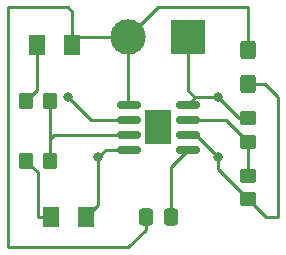
<source format=gbr>
%TF.GenerationSoftware,KiCad,Pcbnew,(6.0.10)*%
%TF.CreationDate,2023-02-23T21:21:35-08:00*%
%TF.ProjectId,Ex 2,45782032-2e6b-4696-9361-645f70636258,rev?*%
%TF.SameCoordinates,Original*%
%TF.FileFunction,Copper,L1,Top*%
%TF.FilePolarity,Positive*%
%FSLAX46Y46*%
G04 Gerber Fmt 4.6, Leading zero omitted, Abs format (unit mm)*
G04 Created by KiCad (PCBNEW (6.0.10)) date 2023-02-23 21:21:35*
%MOMM*%
%LPD*%
G01*
G04 APERTURE LIST*
G04 Aperture macros list*
%AMRoundRect*
0 Rectangle with rounded corners*
0 $1 Rounding radius*
0 $2 $3 $4 $5 $6 $7 $8 $9 X,Y pos of 4 corners*
0 Add a 4 corners polygon primitive as box body*
4,1,4,$2,$3,$4,$5,$6,$7,$8,$9,$2,$3,0*
0 Add four circle primitives for the rounded corners*
1,1,$1+$1,$2,$3*
1,1,$1+$1,$4,$5*
1,1,$1+$1,$6,$7*
1,1,$1+$1,$8,$9*
0 Add four rect primitives between the rounded corners*
20,1,$1+$1,$2,$3,$4,$5,0*
20,1,$1+$1,$4,$5,$6,$7,0*
20,1,$1+$1,$6,$7,$8,$9,0*
20,1,$1+$1,$8,$9,$2,$3,0*%
G04 Aperture macros list end*
%TA.AperFunction,ComponentPad*%
%ADD10R,3.000000X3.000000*%
%TD*%
%TA.AperFunction,ComponentPad*%
%ADD11C,3.000000*%
%TD*%
%TA.AperFunction,SMDPad,CuDef*%
%ADD12RoundRect,0.150000X-0.825000X-0.150000X0.825000X-0.150000X0.825000X0.150000X-0.825000X0.150000X0*%
%TD*%
%TA.AperFunction,SMDPad,CuDef*%
%ADD13R,2.290000X3.000000*%
%TD*%
%TA.AperFunction,SMDPad,CuDef*%
%ADD14RoundRect,0.250001X0.462499X0.624999X-0.462499X0.624999X-0.462499X-0.624999X0.462499X-0.624999X0*%
%TD*%
%TA.AperFunction,SMDPad,CuDef*%
%ADD15RoundRect,0.250000X-0.450000X0.350000X-0.450000X-0.350000X0.450000X-0.350000X0.450000X0.350000X0*%
%TD*%
%TA.AperFunction,SMDPad,CuDef*%
%ADD16RoundRect,0.250000X0.337500X0.475000X-0.337500X0.475000X-0.337500X-0.475000X0.337500X-0.475000X0*%
%TD*%
%TA.AperFunction,SMDPad,CuDef*%
%ADD17RoundRect,0.250001X-0.462499X-0.624999X0.462499X-0.624999X0.462499X0.624999X-0.462499X0.624999X0*%
%TD*%
%TA.AperFunction,SMDPad,CuDef*%
%ADD18RoundRect,0.250000X0.425000X-0.537500X0.425000X0.537500X-0.425000X0.537500X-0.425000X-0.537500X0*%
%TD*%
%TA.AperFunction,SMDPad,CuDef*%
%ADD19RoundRect,0.250000X-0.350000X-0.450000X0.350000X-0.450000X0.350000X0.450000X-0.350000X0.450000X0*%
%TD*%
%TA.AperFunction,SMDPad,CuDef*%
%ADD20RoundRect,0.250000X0.350000X0.450000X-0.350000X0.450000X-0.350000X-0.450000X0.350000X-0.450000X0*%
%TD*%
%TA.AperFunction,ViaPad*%
%ADD21C,0.800000*%
%TD*%
%TA.AperFunction,Conductor*%
%ADD22C,0.250000*%
%TD*%
G04 APERTURE END LIST*
D10*
%TO.P,J1,1,Pin_1*%
%TO.N,+9V*%
X160020000Y-101600000D03*
D11*
%TO.P,J1,2,Pin_2*%
%TO.N,GND*%
X154940000Y-101600000D03*
%TD*%
D12*
%TO.P,U1,1,GND*%
%TO.N,GND*%
X155005000Y-107315000D03*
%TO.P,U1,2,TR*%
%TO.N,/pin_2*%
X155005000Y-108585000D03*
%TO.P,U1,3,Q*%
%TO.N,/pin_3*%
X155005000Y-109855000D03*
%TO.P,U1,4,R*%
%TO.N,+9V*%
X155005000Y-111125000D03*
%TO.P,U1,5,CV*%
%TO.N,Net-(C2-Pad1)*%
X159955000Y-111125000D03*
%TO.P,U1,6,THR*%
%TO.N,/pin_2*%
X159955000Y-109855000D03*
%TO.P,U1,7,DIS*%
%TO.N,/pin_7*%
X159955000Y-108585000D03*
%TO.P,U1,8,VCC*%
%TO.N,+9V*%
X159955000Y-107315000D03*
D13*
%TO.P,U1,9*%
%TO.N,N/C*%
X157480000Y-109220000D03*
%TD*%
D14*
%TO.P,D2,1,K*%
%TO.N,GND*%
X150207500Y-102200000D03*
%TO.P,D2,2,A*%
%TO.N,Net-(D2-Pad2)*%
X147232500Y-102200000D03*
%TD*%
D15*
%TO.P,R2,1*%
%TO.N,/pin_7*%
X165100000Y-113300000D03*
%TO.P,R2,2*%
%TO.N,/pin_2*%
X165100000Y-115300000D03*
%TD*%
%TO.P,R1,1*%
%TO.N,+9V*%
X165065000Y-108452936D03*
%TO.P,R1,2*%
%TO.N,/pin_7*%
X165065000Y-110452936D03*
%TD*%
D16*
%TO.P,C2,1*%
%TO.N,Net-(C2-Pad1)*%
X158517500Y-116840000D03*
%TO.P,C2,2*%
%TO.N,GND*%
X156442500Y-116840000D03*
%TD*%
D17*
%TO.P,D1,1,K*%
%TO.N,Net-(D1-Pad1)*%
X148372500Y-116840000D03*
%TO.P,D1,2,A*%
%TO.N,+9V*%
X151347500Y-116840000D03*
%TD*%
D18*
%TO.P,C1,1*%
%TO.N,/pin_2*%
X165100000Y-105577500D03*
%TO.P,C1,2*%
%TO.N,GND*%
X165100000Y-102702500D03*
%TD*%
D19*
%TO.P,R3,1*%
%TO.N,Net-(D1-Pad1)*%
X146320000Y-112030000D03*
%TO.P,R3,2*%
%TO.N,/pin_3*%
X148320000Y-112030000D03*
%TD*%
D20*
%TO.P,R4,1*%
%TO.N,/pin_3*%
X148320000Y-106950000D03*
%TO.P,R4,2*%
%TO.N,Net-(D2-Pad2)*%
X146320000Y-106950000D03*
%TD*%
D21*
%TO.N,/pin_2*%
X162560000Y-111760000D03*
X149860000Y-106680000D03*
%TO.N,+9V*%
X162560000Y-106680000D03*
X152400000Y-111760000D03*
%TD*%
D22*
%TO.N,/pin_2*%
X165100000Y-115300000D02*
X162560000Y-112760000D01*
X166640000Y-116840000D02*
X167640000Y-116840000D01*
X162560000Y-112760000D02*
X162560000Y-111760000D01*
X151765000Y-108585000D02*
X149860000Y-106680000D01*
X167640000Y-106680000D02*
X166537500Y-105577500D01*
X160655000Y-109855000D02*
X159955000Y-109855000D01*
X167640000Y-116840000D02*
X167640000Y-106680000D01*
X162560000Y-111760000D02*
X160655000Y-109855000D01*
X165100000Y-115300000D02*
X166640000Y-116840000D01*
X155005000Y-108585000D02*
X151765000Y-108585000D01*
X166537500Y-105577500D02*
X165100000Y-105577500D01*
%TO.N,GND*%
X154940000Y-119380000D02*
X156442500Y-117877500D01*
X150207500Y-99407500D02*
X149860000Y-99060000D01*
X150207500Y-102200000D02*
X150207500Y-99407500D01*
X154940000Y-101600000D02*
X154940000Y-107250000D01*
X144780000Y-99060000D02*
X144780000Y-119380000D01*
X154940000Y-107250000D02*
X155005000Y-107315000D01*
X156442500Y-117877500D02*
X156442500Y-116840000D01*
X165100000Y-99060000D02*
X165100000Y-102702500D01*
X154940000Y-101600000D02*
X157480000Y-99060000D01*
X144780000Y-119380000D02*
X154940000Y-119380000D01*
X150207500Y-102200000D02*
X150807500Y-101600000D01*
X157480000Y-99060000D02*
X165100000Y-99060000D01*
X150807500Y-101600000D02*
X154940000Y-101600000D01*
X149860000Y-99060000D02*
X144780000Y-99060000D01*
%TO.N,Net-(C2-Pad1)*%
X158517500Y-112562500D02*
X159955000Y-111125000D01*
X158517500Y-116840000D02*
X158517500Y-112562500D01*
%TO.N,Net-(D1-Pad1)*%
X147320000Y-113030000D02*
X147320000Y-116840000D01*
X146320000Y-112030000D02*
X147320000Y-113030000D01*
X147320000Y-116840000D02*
X148372500Y-116840000D01*
%TO.N,+9V*%
X162560000Y-106680000D02*
X160590000Y-106680000D01*
X165065000Y-108452936D02*
X164332936Y-108452936D01*
X160590000Y-106680000D02*
X159955000Y-107315000D01*
X152400000Y-111760000D02*
X153035000Y-111125000D01*
X152400000Y-115787500D02*
X152400000Y-111760000D01*
X160590000Y-106680000D02*
X160020000Y-106110000D01*
X160020000Y-106110000D02*
X160020000Y-101600000D01*
X151347500Y-116840000D02*
X152400000Y-115787500D01*
X164332936Y-108452936D02*
X162560000Y-106680000D01*
X153035000Y-111125000D02*
X155005000Y-111125000D01*
%TO.N,Net-(D2-Pad2)*%
X147232500Y-106037500D02*
X146320000Y-106950000D01*
X147232500Y-102200000D02*
X147232500Y-106037500D01*
%TO.N,/pin_7*%
X165065000Y-113265000D02*
X165100000Y-113300000D01*
X165065000Y-110452936D02*
X163197064Y-108585000D01*
X165065000Y-110452936D02*
X165065000Y-113265000D01*
X163197064Y-108585000D02*
X159955000Y-108585000D01*
%TO.N,/pin_3*%
X148320000Y-110220000D02*
X148685000Y-109855000D01*
X148320000Y-110220000D02*
X148320000Y-112030000D01*
X148320000Y-106950000D02*
X148320000Y-110220000D01*
X148685000Y-109855000D02*
X155005000Y-109855000D01*
%TD*%
M02*

</source>
